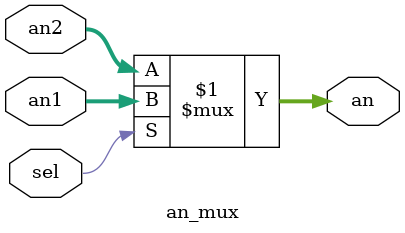
<source format=sv>
`timescale 1ns / 1ps

module an_mux(
input logic [7:0] an1,
input logic [7:0] an2, 
input logic sel,
output logic [7:0] an
);
    
assign an = (sel)? an1: an2;
		
endmodule

</source>
